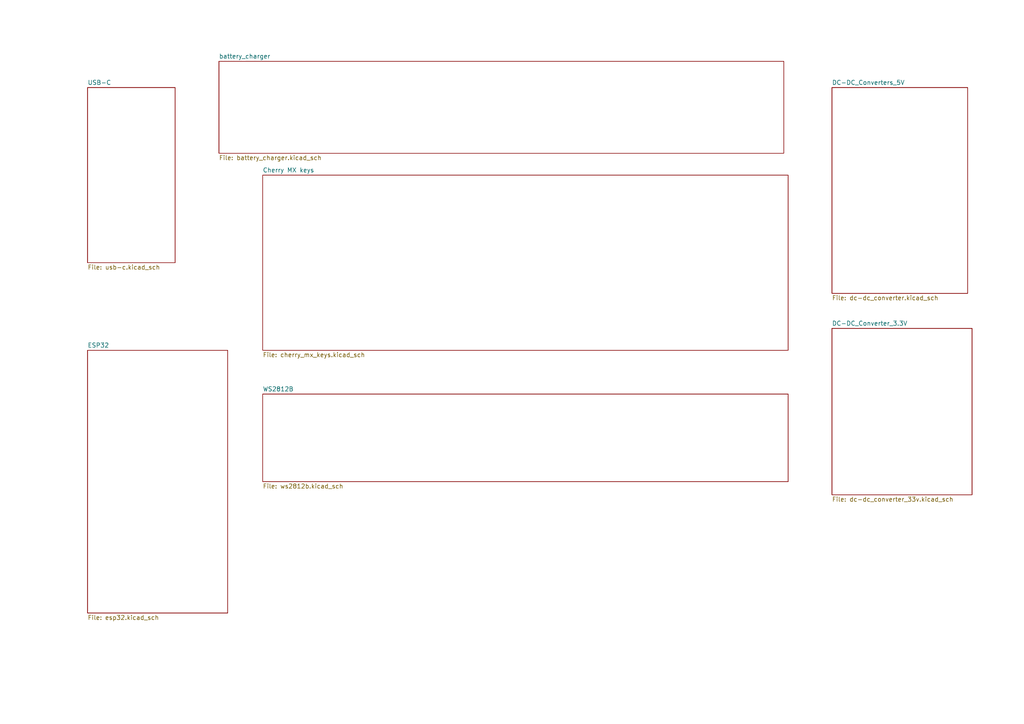
<source format=kicad_sch>
(kicad_sch (version 20211123) (generator eeschema)
  (paper "A4")
  (lib_symbols)
  (sheet (at 76.2 114.3) (size 152.4 25.4) (stroke (width 0.1524))
    (property "Sheet name" "WS2812B" (at 76.2 113.5884 0) (effects (justify left bottom)))
    (property "Sheet file" "ws2812b.kicad_sch" (at 76.2 140.2846 0) (effects (justify left top)))
  )
  (sheet (at 63.5 17.78) (size 163.83 26.67) (stroke (width 0.1524))
    (property "Sheet name" "battery_charger" (at 63.5 17.0684 0) (effects (justify left bottom)))
    (property "Sheet file" "battery_charger.kicad_sch" (at 63.5 45.0346 0) (effects (justify left top)))
  )
  (sheet (at 241.3 25.4) (size 39.37 59.69) (stroke (width 0.1524))
    (property "Sheet name" "DC-DC_Converters_5V" (at 241.3 24.6884 0) (effects (justify left bottom)))
    (property "Sheet file" "dc-dc_converter.kicad_sch" (at 241.3 85.6746 0) (effects (justify left top)))
  )
  (sheet (at 76.2 50.8) (size 152.4 50.8) (stroke (width 0.1524))
    (property "Sheet name" "Cherry MX keys" (at 76.2 50.0884 0) (effects (justify left bottom)))
    (property "Sheet file" "cherry_mx_keys.kicad_sch" (at 76.2 102.1846 0) (effects (justify left top)))
  )
  (sheet (at 25.4 101.6) (size 40.64 76.2) (stroke (width 0.1524))
    (property "Sheet name" "ESP32" (at 25.4 100.8884 0) (effects (justify left bottom)))
    (property "Sheet file" "esp32.kicad_sch" (at 25.4 178.3846 0) (effects (justify left top)))
  )
  (sheet (at 241.3 95.25) (size 40.64 48.26) (stroke (width 0.1524))
    (property "Sheet name" "DC-DC_Converter_3.3V" (at 241.3 94.5384 0) (effects (justify left bottom)))
    (property "Sheet file" "dc-dc_converter_33v.kicad_sch" (at 241.3 144.0946 0) (effects (justify left top)))
  )
  (sheet (at 25.4 25.4) (size 25.4 50.8) (stroke (width 0.1524))
    (property "Sheet name" "USB-C" (at 25.4 24.6884 0) (effects (justify left bottom)))
    (property "Sheet file" "usb-c.kicad_sch" (at 25.4 76.7846 0) (effects (justify left top)))
  )
)
</source>
